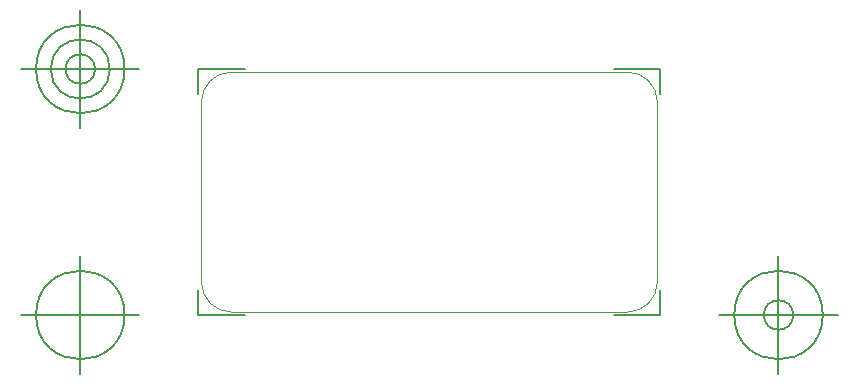
<source format=gbr>
G04 Generated by Ultiboard 14.2 *
%FSLAX24Y24*%
%MOIN*%

%ADD10C,0.0001*%
%ADD11C,0.0001*%
%ADD12C,0.0050*%


G04 ColorRGB 00FFFF for the following layer *
%LNBoard Outline*%
%LPD*%
G54D10*
G54D11*
X700Y37100D02*
X700Y31100D01*
G75*
D01*
G03X1700Y30100I1000J0*
G01*
X14900Y30100D01*
G75*
D01*
G03X15900Y31100I0J1000*
G01*
X15900Y37100D01*
G74*
D01*
G03X14900Y38100I1000J0*
G01*
X1700Y38100D01*
G75*
D01*
G03X700Y37100I0J-1000*
G01*
G54D12*
X600Y30000D02*
X600Y30820D01*
X600Y30000D02*
X2140Y30000D01*
X16000Y30000D02*
X14460Y30000D01*
X16000Y30000D02*
X16000Y30820D01*
X16000Y38200D02*
X16000Y37380D01*
X16000Y38200D02*
X14460Y38200D01*
X600Y38200D02*
X2140Y38200D01*
X600Y38200D02*
X600Y37380D01*
X-1369Y30000D02*
X-5306Y30000D01*
X-3337Y28031D02*
X-3337Y31969D01*
X-4813Y30000D02*
G75*
D01*
G02X-4813Y30000I1476J0*
G01*
X17969Y30000D02*
X21906Y30000D01*
X19937Y28031D02*
X19937Y31969D01*
X18461Y30000D02*
G75*
D01*
G02X18461Y30000I1476J0*
G01*
X19445Y30000D02*
G75*
D01*
G02X19445Y30000I492J0*
G01*
X-1369Y38200D02*
X-5306Y38200D01*
X-3337Y36231D02*
X-3337Y40169D01*
X-4813Y38200D02*
G75*
D01*
G02X-4813Y38200I1476J0*
G01*
X-4321Y38200D02*
G75*
D01*
G02X-4321Y38200I984J0*
G01*
X-3829Y38200D02*
G75*
D01*
G02X-3829Y38200I492J0*
G01*

M02*

</source>
